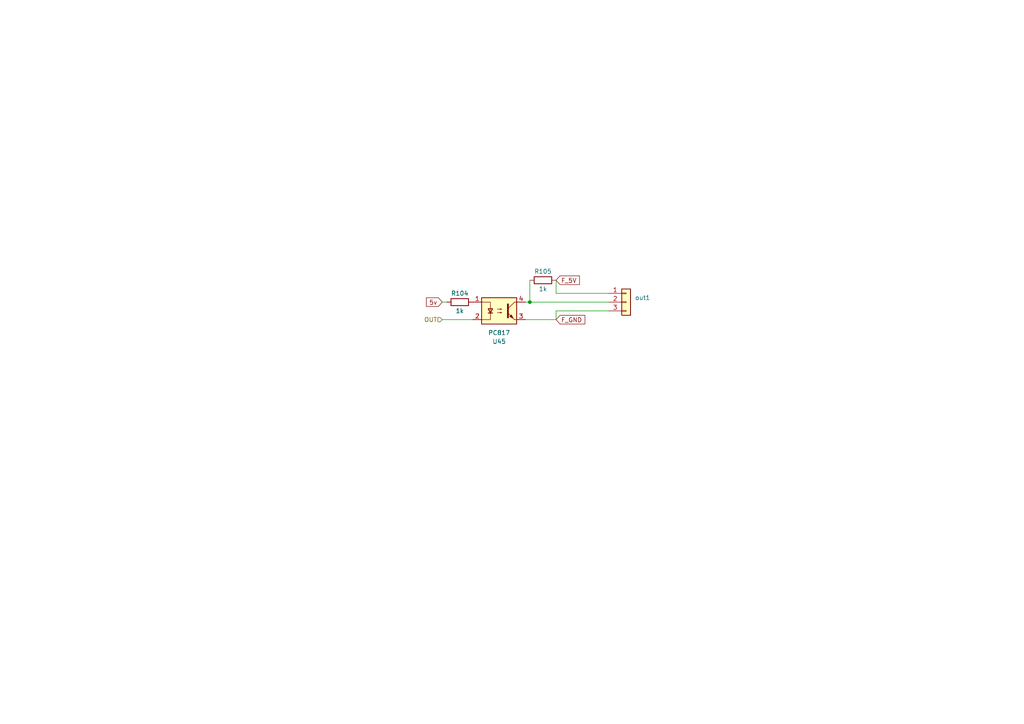
<source format=kicad_sch>
(kicad_sch (version 20231120) (generator "eeschema") (generator_version "8.0")
  (paper "A4")
  (lib_symbols
    (symbol "Connector_Generic:Conn_01x03" (pin_names (offset 1.016) hide)
      (property "Reference" "J" (at 0 5.08 0))
      (property "Value" "Conn_01x03" (at 0 -5.08 0))
      (symbol "Conn_01x03_1_1"
        (rectangle (start -1.27 -2.413) (end 0 -2.667) (stroke (width 0.1524)))
        (rectangle (start -1.27 0.127) (end 0 -0.127) (stroke (width 0.1524)))
        (rectangle (start -1.27 2.667) (end 0 2.413) (stroke (width 0.1524)))
        (rectangle (start -1.27 3.81) (end 1.27 -3.81) (stroke (width 0.254)) (fill (type background)))
        (pin passive line (at -5.08 2.54 0) (length 3.81) (name "Pin_1") (number "1"))
        (pin passive line (at -5.08 0 0) (length 3.81) (name "Pin_2") (number "2"))
        (pin passive line (at -5.08 -2.54 0) (length 3.81) (name "Pin_3") (number "3"))
      )
    )
    (symbol "Device:R" (pin_numbers hide) (pin_names (offset 0))
      (property "Reference" "R" (at 2.032 0 90))
      (property "Value" "R" (at 0 0 90))
      (symbol "R_0_1"
        (rectangle (start -1.016 -2.54) (end 1.016 2.54) (stroke (width 0.254)))
      )
      (symbol "R_1_1"
        (pin passive line (at 0 3.81 270) (length 1.27) (name "~") (number "1"))
        (pin passive line (at 0 -3.81 90) (length 1.27) (name "~") (number "2"))
      )
    )
    (symbol "Isolator:PC817" (pin_names (offset 1.016))
      (property "Reference" "U" (at -5.08 5.08 0))
      (property "Value" "PC817" (at 0 5.08 0))
      (symbol "PC817_0_1"
        (rectangle (start -5.08 3.81) (end 5.08 -3.81) (stroke (width 0.254)) (fill (type background)))
        (polyline (pts (xy -3.175 -0.635) (xy -1.905 -0.635)) (stroke (width 0.254)))
        (polyline (pts (xy 2.54 0.635) (xy 4.445 2.54)))
        (polyline (pts (xy 4.445 -2.54) (xy 2.54 -0.635)) (fill (type outline)))
        (polyline (pts (xy 4.445 -2.54) (xy 5.08 -2.54)))
        (polyline (pts (xy 4.445 2.54) (xy 5.08 2.54)))
        (polyline (pts (xy -5.08 2.54) (xy -2.54 2.54) (xy -2.54 -0.635)))
        (polyline (pts (xy -2.54 -0.635) (xy -2.54 -2.54) (xy -5.08 -2.54)))
        (polyline (pts (xy 2.54 1.905) (xy 2.54 -1.905) (xy 2.54 -1.905)) (stroke (width 0.508)))
        (polyline (pts (xy -2.54 -0.635) (xy -3.175 0.635) (xy -1.905 0.635) (xy -2.54 -0.635)) (stroke (width 0.254)))
        (polyline (pts (xy -0.508 -0.508) (xy 0.762 -0.508) (xy 0.381 -0.635) (xy 0.381 -0.381) (xy 0.762 -0.508)))
        (polyline (pts (xy -0.508 0.508) (xy 0.762 0.508) (xy 0.381 0.381) (xy 0.381 0.635) (xy 0.762 0.508)))
        (polyline (pts (xy 3.048 -1.651) (xy 3.556 -1.143) (xy 4.064 -2.159) (xy 3.048 -1.651) (xy 3.048 -1.651)) (fill (type outline)))
      )
      (symbol "PC817_1_1"
        (pin passive line (at -7.62 2.54 0) (length 2.54) (name "~") (number "1"))
        (pin passive line (at -7.62 -2.54 0) (length 2.54) (name "~") (number "2"))
        (pin passive line (at 7.62 -2.54 180) (length 2.54) (name "~") (number "3"))
        (pin passive line (at 7.62 2.54 180) (length 2.54) (name "~") (number "4"))
      )
    )
  )
  (junction (at 153.67 87.63))
  (wire (pts (xy 128.27 87.63) (xy 129.54 87.63)))
  (wire (pts (xy 161.29 81.28) (xy 161.29 85.09)))
  (wire (pts (xy 153.67 87.63) (xy 152.4 87.63)))
  (wire (pts (xy 152.4 92.71) (xy 161.29 92.71)))
  (wire (pts (xy 137.16 92.71) (xy 128.27 92.71)))
  (wire (pts (xy 153.67 81.28) (xy 153.67 87.63)))
  (wire (pts (xy 161.29 90.17) (xy 176.53 90.17)))
  (wire (pts (xy 161.29 92.71) (xy 161.29 90.17)))
  (wire (pts (xy 153.67 87.63) (xy 176.53 87.63)))
  (wire (pts (xy 161.29 85.09) (xy 176.53 85.09)))
  (global_label "F_GND" (shape input) (at 161.29 92.71 0) (property "Intersheetrefs" "${INTERSHEET_REFS}" (effects (hide yes))))
  (global_label "5v" (shape input) (at 128.27 87.63 180) (property "Intersheetrefs" "${INTERSHEET_REFS}" (effects (hide yes))))
  (global_label "F_5V" (shape input) (at 161.29 81.28 0) (property "Intersheetrefs" "${INTERSHEET_REFS}" (effects (hide yes))))
  (hierarchical_label "OUT" (shape input) (at 128.27 92.71 180))
  (symbol (lib_id "Connector_Generic:Conn_01x03") (at 181.61 87.63 0) (unit 1)
    (property "Reference" "out0" (at 184.15 86.36 0) (effects (justify left)))
    (property "Value" "Conn_01x03" (effects (hide yes)))
    (property "Footprint" "Connector_JST:JST_XH_B3B-XH-A_1x03_P2.50mm_Vertical" (effects (hide yes)))
    (instances (project "rio-motoman" (path "" (reference "out1") (unit 1)) (path "" (reference "out3") (unit 1)) (path "" (reference "out2") (unit 1)) (path "" (reference "out0") (unit 1))))
  )
  (symbol (lib_id "Device:R") (at 133.35 87.63 270) (mirror x) (unit 1)
    (property "Reference" "R104" (at 133.35 85.09 90))
    (property "Value" "1k" (at 133.35 90.17 90))
    (property "Footprint" "Resistor_SMD:R_1206_3216Metric" (effects (hide yes)))
    (instances (project "rio-motoman" (path "" (reference "R104") (unit 1)) (path "" (reference "R108") (unit 1)) (path "" (reference "R106") (unit 1)) (path "" (reference "R102") (unit 1))))
  )
  (symbol (lib_id "Device:R") (at 157.48 81.28 270) (mirror x) (unit 1)
    (property "Reference" "R105" (at 157.48 78.74 90))
    (property "Value" "1k" (at 157.48 83.82 90))
    (property "Footprint" "Resistor_SMD:R_1206_3216Metric" (effects (hide yes)))
    (instances (project "rio-motoman" (path "" (reference "R105") (unit 1)) (path "" (reference "R109") (unit 1)) (path "" (reference "R107") (unit 1)) (path "" (reference "R103") (unit 1))))
  )
  (symbol (lib_id "Isolator:PC817") (at 144.78 90.17 0) (unit 1)
    (property "Reference" "U45" (at 144.78 99.06 0))
    (property "Value" "PC817" (at 144.78 96.52 0))
    (property "Footprint" "Package_DIP:DIP-4_W7.62mm" (effects (hide yes)))
    (property "Datasheet" "http://www.soselectronic.cz/a_info/resource/d/pc817.pdf" (effects (hide yes)))
    (instances (project "rio-motoman" (path "" (reference "U45") (unit 1)) (path "" (reference "U47") (unit 1)) (path "" (reference "U46") (unit 1)) (path "" (reference "U44") (unit 1))))
  )
)
</source>
